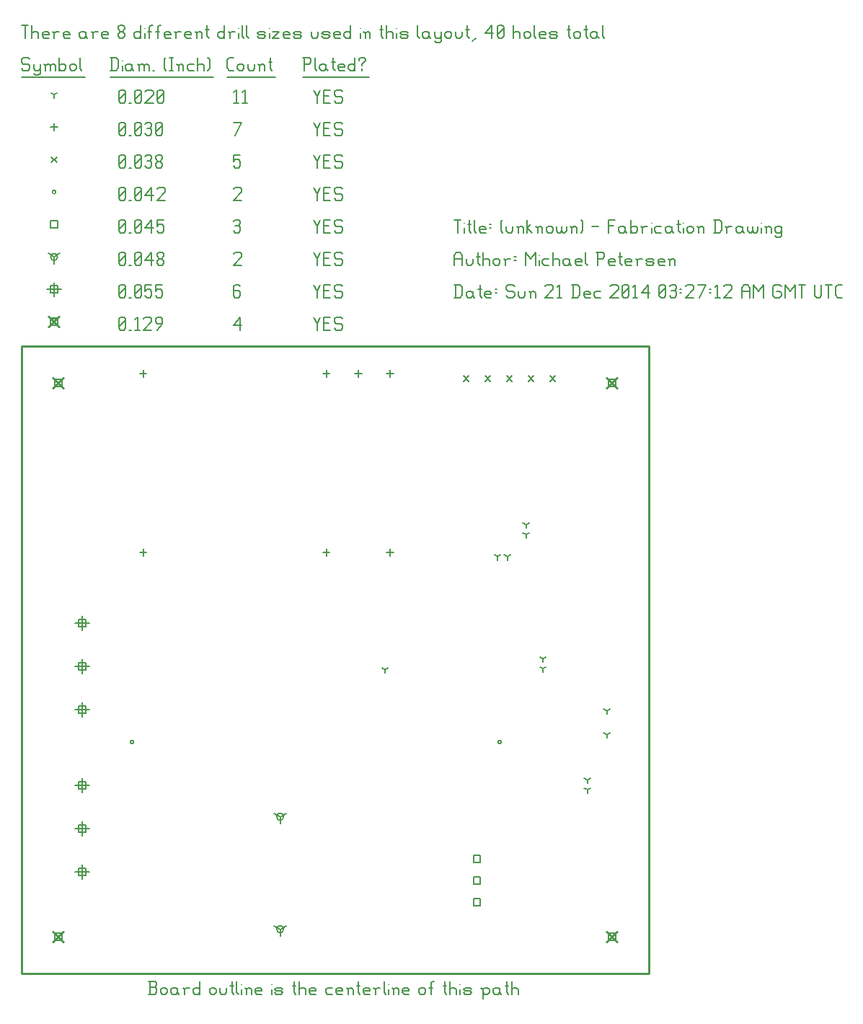
<source format=gbr>
G04 start of page 12 for group -3984 idx -3984 *
G04 Title: (unknown), fab *
G04 Creator: pcb 20110918 *
G04 CreationDate: Sun 21 Dec 2014 03:27:12 AM GMT UTC *
G04 For: petersen *
G04 Format: Gerber/RS-274X *
G04 PCB-Dimensions: 290000 290000 *
G04 PCB-Coordinate-Origin: lower left *
%MOIN*%
%FSLAX25Y25*%
%LNFAB*%
%ADD103C,0.0100*%
%ADD102C,0.0075*%
%ADD101C,0.0060*%
%ADD100R,0.0080X0.0080*%
%ADD99C,0.0001*%
G54D99*G36*
X270600Y275966D02*X275966Y270600D01*
X275400Y270034D01*
X270034Y275400D01*
X270600Y275966D01*
G37*
G36*
X270034Y270600D02*X275400Y275966D01*
X275966Y275400D01*
X270600Y270034D01*
X270034Y270600D01*
G37*
G54D100*X271400Y274600D02*X274600D01*
X271400D02*Y271400D01*
X274600D01*
Y274600D02*Y271400D01*
G54D99*G36*
X14600Y19966D02*X19966Y14600D01*
X19400Y14034D01*
X14034Y19400D01*
X14600Y19966D01*
G37*
G36*
X14034Y14600D02*X19400Y19966D01*
X19966Y19400D01*
X14600Y14034D01*
X14034Y14600D01*
G37*
G54D100*X15400Y18600D02*X18600D01*
X15400D02*Y15400D01*
X18600D01*
Y18600D02*Y15400D01*
G54D99*G36*
X270600Y19966D02*X275966Y14600D01*
X275400Y14034D01*
X270034Y19400D01*
X270600Y19966D01*
G37*
G36*
X270034Y14600D02*X275400Y19966D01*
X275966Y19400D01*
X270600Y14034D01*
X270034Y14600D01*
G37*
G54D100*X271400Y18600D02*X274600D01*
X271400D02*Y15400D01*
X274600D01*
Y18600D02*Y15400D01*
G54D99*G36*
X14600Y275966D02*X19966Y270600D01*
X19400Y270034D01*
X14034Y275400D01*
X14600Y275966D01*
G37*
G36*
X14034Y270600D02*X19400Y275966D01*
X19966Y275400D01*
X14600Y270034D01*
X14034Y270600D01*
G37*
G54D100*X15400Y274600D02*X18600D01*
X15400D02*Y271400D01*
X18600D01*
Y274600D02*Y271400D01*
G54D99*G36*
X12600Y304216D02*X17966Y298850D01*
X17400Y298284D01*
X12034Y303650D01*
X12600Y304216D01*
G37*
G36*
X12034Y298850D02*X17400Y304216D01*
X17966Y303650D01*
X12600Y298284D01*
X12034Y298850D01*
G37*
G54D100*X13400Y302850D02*X16600D01*
X13400D02*Y299650D01*
X16600D01*
Y302850D02*Y299650D01*
G54D101*X135000Y303500D02*X136500Y300500D01*
X138000Y303500D01*
X136500Y300500D02*Y297500D01*
X139800Y300800D02*X142050D01*
X139800Y297500D02*X142800D01*
X139800Y303500D02*Y297500D01*
Y303500D02*X142800D01*
X147600D02*X148350Y302750D01*
X145350Y303500D02*X147600D01*
X144600Y302750D02*X145350Y303500D01*
X144600Y302750D02*Y301250D01*
X145350Y300500D01*
X147600D01*
X148350Y299750D01*
Y298250D01*
X147600Y297500D02*X148350Y298250D01*
X145350Y297500D02*X147600D01*
X144600Y298250D02*X145350Y297500D01*
X98000Y299750D02*X101000Y303500D01*
X98000Y299750D02*X101750D01*
X101000Y303500D02*Y297500D01*
X45000Y298250D02*X45750Y297500D01*
X45000Y302750D02*Y298250D01*
Y302750D02*X45750Y303500D01*
X47250D01*
X48000Y302750D01*
Y298250D01*
X47250Y297500D02*X48000Y298250D01*
X45750Y297500D02*X47250D01*
X45000Y299000D02*X48000Y302000D01*
X49800Y297500D02*X50550D01*
X52350Y302300D02*X53550Y303500D01*
Y297500D01*
X52350D02*X54600D01*
X56400Y302750D02*X57150Y303500D01*
X59400D01*
X60150Y302750D01*
Y301250D01*
X56400Y297500D02*X60150Y301250D01*
X56400Y297500D02*X60150D01*
X62700D02*X64950Y300500D01*
Y302750D02*Y300500D01*
X64200Y303500D02*X64950Y302750D01*
X62700Y303500D02*X64200D01*
X61950Y302750D02*X62700Y303500D01*
X61950Y302750D02*Y301250D01*
X62700Y300500D01*
X64950D01*
X28000Y165200D02*Y158800D01*
X24800Y162000D02*X31200D01*
X26400Y163600D02*X29600D01*
X26400D02*Y160400D01*
X29600D01*
Y163600D02*Y160400D01*
X28000Y145200D02*Y138800D01*
X24800Y142000D02*X31200D01*
X26400Y143600D02*X29600D01*
X26400D02*Y140400D01*
X29600D01*
Y143600D02*Y140400D01*
X28000Y125200D02*Y118800D01*
X24800Y122000D02*X31200D01*
X26400Y123600D02*X29600D01*
X26400D02*Y120400D01*
X29600D01*
Y123600D02*Y120400D01*
X28000Y90200D02*Y83800D01*
X24800Y87000D02*X31200D01*
X26400Y88600D02*X29600D01*
X26400D02*Y85400D01*
X29600D01*
Y88600D02*Y85400D01*
X28000Y70200D02*Y63800D01*
X24800Y67000D02*X31200D01*
X26400Y68600D02*X29600D01*
X26400D02*Y65400D01*
X29600D01*
Y68600D02*Y65400D01*
X28000Y50200D02*Y43800D01*
X24800Y47000D02*X31200D01*
X26400Y48600D02*X29600D01*
X26400D02*Y45400D01*
X29600D01*
Y48600D02*Y45400D01*
X15000Y319450D02*Y313050D01*
X11800Y316250D02*X18200D01*
X13400Y317850D02*X16600D01*
X13400D02*Y314650D01*
X16600D01*
Y317850D02*Y314650D01*
X135000Y318500D02*X136500Y315500D01*
X138000Y318500D01*
X136500Y315500D02*Y312500D01*
X139800Y315800D02*X142050D01*
X139800Y312500D02*X142800D01*
X139800Y318500D02*Y312500D01*
Y318500D02*X142800D01*
X147600D02*X148350Y317750D01*
X145350Y318500D02*X147600D01*
X144600Y317750D02*X145350Y318500D01*
X144600Y317750D02*Y316250D01*
X145350Y315500D01*
X147600D01*
X148350Y314750D01*
Y313250D01*
X147600Y312500D02*X148350Y313250D01*
X145350Y312500D02*X147600D01*
X144600Y313250D02*X145350Y312500D01*
X100250Y318500D02*X101000Y317750D01*
X98750Y318500D02*X100250D01*
X98000Y317750D02*X98750Y318500D01*
X98000Y317750D02*Y313250D01*
X98750Y312500D01*
X100250Y315800D02*X101000Y315050D01*
X98000Y315800D02*X100250D01*
X98750Y312500D02*X100250D01*
X101000Y313250D01*
Y315050D02*Y313250D01*
X45000D02*X45750Y312500D01*
X45000Y317750D02*Y313250D01*
Y317750D02*X45750Y318500D01*
X47250D01*
X48000Y317750D01*
Y313250D01*
X47250Y312500D02*X48000Y313250D01*
X45750Y312500D02*X47250D01*
X45000Y314000D02*X48000Y317000D01*
X49800Y312500D02*X50550D01*
X52350Y313250D02*X53100Y312500D01*
X52350Y317750D02*Y313250D01*
Y317750D02*X53100Y318500D01*
X54600D01*
X55350Y317750D01*
Y313250D01*
X54600Y312500D02*X55350Y313250D01*
X53100Y312500D02*X54600D01*
X52350Y314000D02*X55350Y317000D01*
X57150Y318500D02*X60150D01*
X57150D02*Y315500D01*
X57900Y316250D01*
X59400D01*
X60150Y315500D01*
Y313250D01*
X59400Y312500D02*X60150Y313250D01*
X57900Y312500D02*X59400D01*
X57150Y313250D02*X57900Y312500D01*
X61950Y318500D02*X64950D01*
X61950D02*Y315500D01*
X62700Y316250D01*
X64200D01*
X64950Y315500D01*
Y313250D01*
X64200Y312500D02*X64950Y313250D01*
X62700Y312500D02*X64200D01*
X61950Y313250D02*X62700Y312500D01*
X119500Y72500D02*Y69300D01*
Y72500D02*X122273Y74100D01*
X119500Y72500D02*X116727Y74100D01*
X117900Y72500D02*G75*G03X121100Y72500I1600J0D01*G01*
G75*G03X117900Y72500I-1600J0D01*G01*
X119500Y20500D02*Y17300D01*
Y20500D02*X122273Y22100D01*
X119500Y20500D02*X116727Y22100D01*
X117900Y20500D02*G75*G03X121100Y20500I1600J0D01*G01*
G75*G03X117900Y20500I-1600J0D01*G01*
X15000Y331250D02*Y328050D01*
Y331250D02*X17773Y332850D01*
X15000Y331250D02*X12227Y332850D01*
X13400Y331250D02*G75*G03X16600Y331250I1600J0D01*G01*
G75*G03X13400Y331250I-1600J0D01*G01*
X135000Y333500D02*X136500Y330500D01*
X138000Y333500D01*
X136500Y330500D02*Y327500D01*
X139800Y330800D02*X142050D01*
X139800Y327500D02*X142800D01*
X139800Y333500D02*Y327500D01*
Y333500D02*X142800D01*
X147600D02*X148350Y332750D01*
X145350Y333500D02*X147600D01*
X144600Y332750D02*X145350Y333500D01*
X144600Y332750D02*Y331250D01*
X145350Y330500D01*
X147600D01*
X148350Y329750D01*
Y328250D01*
X147600Y327500D02*X148350Y328250D01*
X145350Y327500D02*X147600D01*
X144600Y328250D02*X145350Y327500D01*
X98000Y332750D02*X98750Y333500D01*
X101000D01*
X101750Y332750D01*
Y331250D01*
X98000Y327500D02*X101750Y331250D01*
X98000Y327500D02*X101750D01*
X45000Y328250D02*X45750Y327500D01*
X45000Y332750D02*Y328250D01*
Y332750D02*X45750Y333500D01*
X47250D01*
X48000Y332750D01*
Y328250D01*
X47250Y327500D02*X48000Y328250D01*
X45750Y327500D02*X47250D01*
X45000Y329000D02*X48000Y332000D01*
X49800Y327500D02*X50550D01*
X52350Y328250D02*X53100Y327500D01*
X52350Y332750D02*Y328250D01*
Y332750D02*X53100Y333500D01*
X54600D01*
X55350Y332750D01*
Y328250D01*
X54600Y327500D02*X55350Y328250D01*
X53100Y327500D02*X54600D01*
X52350Y329000D02*X55350Y332000D01*
X57150Y329750D02*X60150Y333500D01*
X57150Y329750D02*X60900D01*
X60150Y333500D02*Y327500D01*
X62700Y328250D02*X63450Y327500D01*
X62700Y329450D02*Y328250D01*
Y329450D02*X63750Y330500D01*
X64650D01*
X65700Y329450D01*
Y328250D01*
X64950Y327500D02*X65700Y328250D01*
X63450Y327500D02*X64950D01*
X62700Y331550D02*X63750Y330500D01*
X62700Y332750D02*Y331550D01*
Y332750D02*X63450Y333500D01*
X64950D01*
X65700Y332750D01*
Y331550D01*
X64650Y330500D02*X65700Y331550D01*
X208900Y54600D02*X212100D01*
X208900D02*Y51400D01*
X212100D01*
Y54600D02*Y51400D01*
X208900Y44600D02*X212100D01*
X208900D02*Y41400D01*
X212100D01*
Y44600D02*Y41400D01*
X208900Y34600D02*X212100D01*
X208900D02*Y31400D01*
X212100D01*
Y34600D02*Y31400D01*
X13400Y347850D02*X16600D01*
X13400D02*Y344650D01*
X16600D01*
Y347850D02*Y344650D01*
X135000Y348500D02*X136500Y345500D01*
X138000Y348500D01*
X136500Y345500D02*Y342500D01*
X139800Y345800D02*X142050D01*
X139800Y342500D02*X142800D01*
X139800Y348500D02*Y342500D01*
Y348500D02*X142800D01*
X147600D02*X148350Y347750D01*
X145350Y348500D02*X147600D01*
X144600Y347750D02*X145350Y348500D01*
X144600Y347750D02*Y346250D01*
X145350Y345500D01*
X147600D01*
X148350Y344750D01*
Y343250D01*
X147600Y342500D02*X148350Y343250D01*
X145350Y342500D02*X147600D01*
X144600Y343250D02*X145350Y342500D01*
X98000Y347750D02*X98750Y348500D01*
X100250D01*
X101000Y347750D01*
X100250Y342500D02*X101000Y343250D01*
X98750Y342500D02*X100250D01*
X98000Y343250D02*X98750Y342500D01*
Y345800D02*X100250D01*
X101000Y347750D02*Y346550D01*
Y345050D02*Y343250D01*
Y345050D02*X100250Y345800D01*
X101000Y346550D02*X100250Y345800D01*
X45000Y343250D02*X45750Y342500D01*
X45000Y347750D02*Y343250D01*
Y347750D02*X45750Y348500D01*
X47250D01*
X48000Y347750D01*
Y343250D01*
X47250Y342500D02*X48000Y343250D01*
X45750Y342500D02*X47250D01*
X45000Y344000D02*X48000Y347000D01*
X49800Y342500D02*X50550D01*
X52350Y343250D02*X53100Y342500D01*
X52350Y347750D02*Y343250D01*
Y347750D02*X53100Y348500D01*
X54600D01*
X55350Y347750D01*
Y343250D01*
X54600Y342500D02*X55350Y343250D01*
X53100Y342500D02*X54600D01*
X52350Y344000D02*X55350Y347000D01*
X57150Y344750D02*X60150Y348500D01*
X57150Y344750D02*X60900D01*
X60150Y348500D02*Y342500D01*
X62700Y348500D02*X65700D01*
X62700D02*Y345500D01*
X63450Y346250D01*
X64950D01*
X65700Y345500D01*
Y343250D01*
X64950Y342500D02*X65700Y343250D01*
X63450Y342500D02*X64950D01*
X62700Y343250D02*X63450Y342500D01*
X50200Y107000D02*G75*G03X51800Y107000I800J0D01*G01*
G75*G03X50200Y107000I-800J0D01*G01*
X220200D02*G75*G03X221800Y107000I800J0D01*G01*
G75*G03X220200Y107000I-800J0D01*G01*
X14200Y361250D02*G75*G03X15800Y361250I800J0D01*G01*
G75*G03X14200Y361250I-800J0D01*G01*
X135000Y363500D02*X136500Y360500D01*
X138000Y363500D01*
X136500Y360500D02*Y357500D01*
X139800Y360800D02*X142050D01*
X139800Y357500D02*X142800D01*
X139800Y363500D02*Y357500D01*
Y363500D02*X142800D01*
X147600D02*X148350Y362750D01*
X145350Y363500D02*X147600D01*
X144600Y362750D02*X145350Y363500D01*
X144600Y362750D02*Y361250D01*
X145350Y360500D01*
X147600D01*
X148350Y359750D01*
Y358250D01*
X147600Y357500D02*X148350Y358250D01*
X145350Y357500D02*X147600D01*
X144600Y358250D02*X145350Y357500D01*
X98000Y362750D02*X98750Y363500D01*
X101000D01*
X101750Y362750D01*
Y361250D01*
X98000Y357500D02*X101750Y361250D01*
X98000Y357500D02*X101750D01*
X45000Y358250D02*X45750Y357500D01*
X45000Y362750D02*Y358250D01*
Y362750D02*X45750Y363500D01*
X47250D01*
X48000Y362750D01*
Y358250D01*
X47250Y357500D02*X48000Y358250D01*
X45750Y357500D02*X47250D01*
X45000Y359000D02*X48000Y362000D01*
X49800Y357500D02*X50550D01*
X52350Y358250D02*X53100Y357500D01*
X52350Y362750D02*Y358250D01*
Y362750D02*X53100Y363500D01*
X54600D01*
X55350Y362750D01*
Y358250D01*
X54600Y357500D02*X55350Y358250D01*
X53100Y357500D02*X54600D01*
X52350Y359000D02*X55350Y362000D01*
X57150Y359750D02*X60150Y363500D01*
X57150Y359750D02*X60900D01*
X60150Y363500D02*Y357500D01*
X62700Y362750D02*X63450Y363500D01*
X65700D01*
X66450Y362750D01*
Y361250D01*
X62700Y357500D02*X66450Y361250D01*
X62700Y357500D02*X66450D01*
X244300Y276200D02*X246700Y273800D01*
X244300D02*X246700Y276200D01*
X234300D02*X236700Y273800D01*
X234300D02*X236700Y276200D01*
X224300D02*X226700Y273800D01*
X224300D02*X226700Y276200D01*
X214300D02*X216700Y273800D01*
X214300D02*X216700Y276200D01*
X204300D02*X206700Y273800D01*
X204300D02*X206700Y276200D01*
X13800Y377450D02*X16200Y375050D01*
X13800D02*X16200Y377450D01*
X135000Y378500D02*X136500Y375500D01*
X138000Y378500D01*
X136500Y375500D02*Y372500D01*
X139800Y375800D02*X142050D01*
X139800Y372500D02*X142800D01*
X139800Y378500D02*Y372500D01*
Y378500D02*X142800D01*
X147600D02*X148350Y377750D01*
X145350Y378500D02*X147600D01*
X144600Y377750D02*X145350Y378500D01*
X144600Y377750D02*Y376250D01*
X145350Y375500D01*
X147600D01*
X148350Y374750D01*
Y373250D01*
X147600Y372500D02*X148350Y373250D01*
X145350Y372500D02*X147600D01*
X144600Y373250D02*X145350Y372500D01*
X98000Y378500D02*X101000D01*
X98000D02*Y375500D01*
X98750Y376250D01*
X100250D01*
X101000Y375500D01*
Y373250D01*
X100250Y372500D02*X101000Y373250D01*
X98750Y372500D02*X100250D01*
X98000Y373250D02*X98750Y372500D01*
X45000Y373250D02*X45750Y372500D01*
X45000Y377750D02*Y373250D01*
Y377750D02*X45750Y378500D01*
X47250D01*
X48000Y377750D01*
Y373250D01*
X47250Y372500D02*X48000Y373250D01*
X45750Y372500D02*X47250D01*
X45000Y374000D02*X48000Y377000D01*
X49800Y372500D02*X50550D01*
X52350Y373250D02*X53100Y372500D01*
X52350Y377750D02*Y373250D01*
Y377750D02*X53100Y378500D01*
X54600D01*
X55350Y377750D01*
Y373250D01*
X54600Y372500D02*X55350Y373250D01*
X53100Y372500D02*X54600D01*
X52350Y374000D02*X55350Y377000D01*
X57150Y377750D02*X57900Y378500D01*
X59400D01*
X60150Y377750D01*
X59400Y372500D02*X60150Y373250D01*
X57900Y372500D02*X59400D01*
X57150Y373250D02*X57900Y372500D01*
Y375800D02*X59400D01*
X60150Y377750D02*Y376550D01*
Y375050D02*Y373250D01*
Y375050D02*X59400Y375800D01*
X60150Y376550D02*X59400Y375800D01*
X61950Y373250D02*X62700Y372500D01*
X61950Y374450D02*Y373250D01*
Y374450D02*X63000Y375500D01*
X63900D01*
X64950Y374450D01*
Y373250D01*
X64200Y372500D02*X64950Y373250D01*
X62700Y372500D02*X64200D01*
X61950Y376550D02*X63000Y375500D01*
X61950Y377750D02*Y376550D01*
Y377750D02*X62700Y378500D01*
X64200D01*
X64950Y377750D01*
Y376550D01*
X63900Y375500D02*X64950Y376550D01*
X56202Y278907D02*Y275707D01*
X54602Y277307D02*X57802D01*
X140848Y278907D02*Y275707D01*
X139248Y277307D02*X142448D01*
X155611Y278907D02*Y275707D01*
X154011Y277307D02*X157211D01*
X170375Y278907D02*Y275707D01*
X168775Y277307D02*X171975D01*
X170375Y196230D02*Y193030D01*
X168775Y194630D02*X171975D01*
X140848Y196230D02*Y193030D01*
X139248Y194630D02*X142448D01*
X56202Y196230D02*Y193030D01*
X54602Y194630D02*X57802D01*
X15000Y392850D02*Y389650D01*
X13400Y391250D02*X16600D01*
X135000Y393500D02*X136500Y390500D01*
X138000Y393500D01*
X136500Y390500D02*Y387500D01*
X139800Y390800D02*X142050D01*
X139800Y387500D02*X142800D01*
X139800Y393500D02*Y387500D01*
Y393500D02*X142800D01*
X147600D02*X148350Y392750D01*
X145350Y393500D02*X147600D01*
X144600Y392750D02*X145350Y393500D01*
X144600Y392750D02*Y391250D01*
X145350Y390500D01*
X147600D01*
X148350Y389750D01*
Y388250D01*
X147600Y387500D02*X148350Y388250D01*
X145350Y387500D02*X147600D01*
X144600Y388250D02*X145350Y387500D01*
X98750D02*X101750Y393500D01*
X98000D02*X101750D01*
X45000Y388250D02*X45750Y387500D01*
X45000Y392750D02*Y388250D01*
Y392750D02*X45750Y393500D01*
X47250D01*
X48000Y392750D01*
Y388250D01*
X47250Y387500D02*X48000Y388250D01*
X45750Y387500D02*X47250D01*
X45000Y389000D02*X48000Y392000D01*
X49800Y387500D02*X50550D01*
X52350Y388250D02*X53100Y387500D01*
X52350Y392750D02*Y388250D01*
Y392750D02*X53100Y393500D01*
X54600D01*
X55350Y392750D01*
Y388250D01*
X54600Y387500D02*X55350Y388250D01*
X53100Y387500D02*X54600D01*
X52350Y389000D02*X55350Y392000D01*
X57150Y392750D02*X57900Y393500D01*
X59400D01*
X60150Y392750D01*
X59400Y387500D02*X60150Y388250D01*
X57900Y387500D02*X59400D01*
X57150Y388250D02*X57900Y387500D01*
Y390800D02*X59400D01*
X60150Y392750D02*Y391550D01*
Y390050D02*Y388250D01*
Y390050D02*X59400Y390800D01*
X60150Y391550D02*X59400Y390800D01*
X61950Y388250D02*X62700Y387500D01*
X61950Y392750D02*Y388250D01*
Y392750D02*X62700Y393500D01*
X64200D01*
X64950Y392750D01*
Y388250D01*
X64200Y387500D02*X64950Y388250D01*
X62700Y387500D02*X64200D01*
X61950Y389000D02*X64950Y392000D01*
X233200Y203000D02*Y201400D01*
Y203000D02*X234587Y203800D01*
X233200Y203000D02*X231813Y203800D01*
X241000Y145500D02*Y143900D01*
Y145500D02*X242387Y146300D01*
X241000Y145500D02*X239613Y146300D01*
X241000Y141000D02*Y139400D01*
Y141000D02*X242387Y141800D01*
X241000Y141000D02*X239613Y141800D01*
X233200Y207500D02*Y205900D01*
Y207500D02*X234587Y208300D01*
X233200Y207500D02*X231813Y208300D01*
X270500Y110500D02*Y108900D01*
Y110500D02*X271887Y111300D01*
X270500Y110500D02*X269113Y111300D01*
X270500Y121500D02*Y119900D01*
Y121500D02*X271887Y122300D01*
X270500Y121500D02*X269113Y122300D01*
X261500Y85000D02*Y83400D01*
Y85000D02*X262887Y85800D01*
X261500Y85000D02*X260113Y85800D01*
X261500Y89500D02*Y87900D01*
Y89500D02*X262887Y90300D01*
X261500Y89500D02*X260113Y90300D01*
X168000Y140500D02*Y138900D01*
Y140500D02*X169387Y141300D01*
X168000Y140500D02*X166613Y141300D01*
X220000Y192750D02*Y191150D01*
Y192750D02*X221387Y193550D01*
X220000Y192750D02*X218613Y193550D01*
X224500Y192750D02*Y191150D01*
Y192750D02*X225887Y193550D01*
X224500Y192750D02*X223113Y193550D01*
X15000Y406250D02*Y404650D01*
Y406250D02*X16387Y407050D01*
X15000Y406250D02*X13613Y407050D01*
X135000Y408500D02*X136500Y405500D01*
X138000Y408500D01*
X136500Y405500D02*Y402500D01*
X139800Y405800D02*X142050D01*
X139800Y402500D02*X142800D01*
X139800Y408500D02*Y402500D01*
Y408500D02*X142800D01*
X147600D02*X148350Y407750D01*
X145350Y408500D02*X147600D01*
X144600Y407750D02*X145350Y408500D01*
X144600Y407750D02*Y406250D01*
X145350Y405500D01*
X147600D01*
X148350Y404750D01*
Y403250D01*
X147600Y402500D02*X148350Y403250D01*
X145350Y402500D02*X147600D01*
X144600Y403250D02*X145350Y402500D01*
X98000Y407300D02*X99200Y408500D01*
Y402500D01*
X98000D02*X100250D01*
X102050Y407300D02*X103250Y408500D01*
Y402500D01*
X102050D02*X104300D01*
X45000Y403250D02*X45750Y402500D01*
X45000Y407750D02*Y403250D01*
Y407750D02*X45750Y408500D01*
X47250D01*
X48000Y407750D01*
Y403250D01*
X47250Y402500D02*X48000Y403250D01*
X45750Y402500D02*X47250D01*
X45000Y404000D02*X48000Y407000D01*
X49800Y402500D02*X50550D01*
X52350Y403250D02*X53100Y402500D01*
X52350Y407750D02*Y403250D01*
Y407750D02*X53100Y408500D01*
X54600D01*
X55350Y407750D01*
Y403250D01*
X54600Y402500D02*X55350Y403250D01*
X53100Y402500D02*X54600D01*
X52350Y404000D02*X55350Y407000D01*
X57150Y407750D02*X57900Y408500D01*
X60150D01*
X60900Y407750D01*
Y406250D01*
X57150Y402500D02*X60900Y406250D01*
X57150Y402500D02*X60900D01*
X62700Y403250D02*X63450Y402500D01*
X62700Y407750D02*Y403250D01*
Y407750D02*X63450Y408500D01*
X64950D01*
X65700Y407750D01*
Y403250D01*
X64950Y402500D02*X65700Y403250D01*
X63450Y402500D02*X64950D01*
X62700Y404000D02*X65700Y407000D01*
X3000Y423500D02*X3750Y422750D01*
X750Y423500D02*X3000D01*
X0Y422750D02*X750Y423500D01*
X0Y422750D02*Y421250D01*
X750Y420500D01*
X3000D01*
X3750Y419750D01*
Y418250D01*
X3000Y417500D02*X3750Y418250D01*
X750Y417500D02*X3000D01*
X0Y418250D02*X750Y417500D01*
X5550Y420500D02*Y418250D01*
X6300Y417500D01*
X8550Y420500D02*Y416000D01*
X7800Y415250D02*X8550Y416000D01*
X6300Y415250D02*X7800D01*
X5550Y416000D02*X6300Y415250D01*
Y417500D02*X7800D01*
X8550Y418250D01*
X11100Y419750D02*Y417500D01*
Y419750D02*X11850Y420500D01*
X12600D01*
X13350Y419750D01*
Y417500D01*
Y419750D02*X14100Y420500D01*
X14850D01*
X15600Y419750D01*
Y417500D01*
X10350Y420500D02*X11100Y419750D01*
X17400Y423500D02*Y417500D01*
Y418250D02*X18150Y417500D01*
X19650D01*
X20400Y418250D01*
Y419750D02*Y418250D01*
X19650Y420500D02*X20400Y419750D01*
X18150Y420500D02*X19650D01*
X17400Y419750D02*X18150Y420500D01*
X22200Y419750D02*Y418250D01*
Y419750D02*X22950Y420500D01*
X24450D01*
X25200Y419750D01*
Y418250D01*
X24450Y417500D02*X25200Y418250D01*
X22950Y417500D02*X24450D01*
X22200Y418250D02*X22950Y417500D01*
X27000Y423500D02*Y418250D01*
X27750Y417500D01*
X0Y414250D02*X29250D01*
X41750Y423500D02*Y417500D01*
X43700Y423500D02*X44750Y422450D01*
Y418550D01*
X43700Y417500D02*X44750Y418550D01*
X41000Y417500D02*X43700D01*
X41000Y423500D02*X43700D01*
G54D102*X46550Y422000D02*Y421850D01*
G54D101*Y419750D02*Y417500D01*
X50300Y420500D02*X51050Y419750D01*
X48800Y420500D02*X50300D01*
X48050Y419750D02*X48800Y420500D01*
X48050Y419750D02*Y418250D01*
X48800Y417500D01*
X51050Y420500D02*Y418250D01*
X51800Y417500D01*
X48800D02*X50300D01*
X51050Y418250D01*
X54350Y419750D02*Y417500D01*
Y419750D02*X55100Y420500D01*
X55850D01*
X56600Y419750D01*
Y417500D01*
Y419750D02*X57350Y420500D01*
X58100D01*
X58850Y419750D01*
Y417500D01*
X53600Y420500D02*X54350Y419750D01*
X60650Y417500D02*X61400D01*
X65900Y418250D02*X66650Y417500D01*
X65900Y422750D02*X66650Y423500D01*
X65900Y422750D02*Y418250D01*
X68450Y423500D02*X69950D01*
X69200D02*Y417500D01*
X68450D02*X69950D01*
X72500Y419750D02*Y417500D01*
Y419750D02*X73250Y420500D01*
X74000D01*
X74750Y419750D01*
Y417500D01*
X71750Y420500D02*X72500Y419750D01*
X77300Y420500D02*X79550D01*
X76550Y419750D02*X77300Y420500D01*
X76550Y419750D02*Y418250D01*
X77300Y417500D01*
X79550D01*
X81350Y423500D02*Y417500D01*
Y419750D02*X82100Y420500D01*
X83600D01*
X84350Y419750D01*
Y417500D01*
X86150Y423500D02*X86900Y422750D01*
Y418250D01*
X86150Y417500D02*X86900Y418250D01*
X41000Y414250D02*X88700D01*
X96050Y417500D02*X98000D01*
X95000Y418550D02*X96050Y417500D01*
X95000Y422450D02*Y418550D01*
Y422450D02*X96050Y423500D01*
X98000D01*
X99800Y419750D02*Y418250D01*
Y419750D02*X100550Y420500D01*
X102050D01*
X102800Y419750D01*
Y418250D01*
X102050Y417500D02*X102800Y418250D01*
X100550Y417500D02*X102050D01*
X99800Y418250D02*X100550Y417500D01*
X104600Y420500D02*Y418250D01*
X105350Y417500D01*
X106850D01*
X107600Y418250D01*
Y420500D02*Y418250D01*
X110150Y419750D02*Y417500D01*
Y419750D02*X110900Y420500D01*
X111650D01*
X112400Y419750D01*
Y417500D01*
X109400Y420500D02*X110150Y419750D01*
X114950Y423500D02*Y418250D01*
X115700Y417500D01*
X114200Y421250D02*X115700D01*
X95000Y414250D02*X117200D01*
X130750Y423500D02*Y417500D01*
X130000Y423500D02*X133000D01*
X133750Y422750D01*
Y421250D01*
X133000Y420500D02*X133750Y421250D01*
X130750Y420500D02*X133000D01*
X135550Y423500D02*Y418250D01*
X136300Y417500D01*
X140050Y420500D02*X140800Y419750D01*
X138550Y420500D02*X140050D01*
X137800Y419750D02*X138550Y420500D01*
X137800Y419750D02*Y418250D01*
X138550Y417500D01*
X140800Y420500D02*Y418250D01*
X141550Y417500D01*
X138550D02*X140050D01*
X140800Y418250D01*
X144100Y423500D02*Y418250D01*
X144850Y417500D01*
X143350Y421250D02*X144850D01*
X147100Y417500D02*X149350D01*
X146350Y418250D02*X147100Y417500D01*
X146350Y419750D02*Y418250D01*
Y419750D02*X147100Y420500D01*
X148600D01*
X149350Y419750D01*
X146350Y419000D02*X149350D01*
Y419750D02*Y419000D01*
X154150Y423500D02*Y417500D01*
X153400D02*X154150Y418250D01*
X151900Y417500D02*X153400D01*
X151150Y418250D02*X151900Y417500D01*
X151150Y419750D02*Y418250D01*
Y419750D02*X151900Y420500D01*
X153400D01*
X154150Y419750D01*
X157450Y420500D02*Y419750D01*
Y418250D02*Y417500D01*
X155950Y422750D02*Y422000D01*
Y422750D02*X156700Y423500D01*
X158200D01*
X158950Y422750D01*
Y422000D01*
X157450Y420500D02*X158950Y422000D01*
X130000Y414250D02*X160750D01*
X0Y438500D02*X3000D01*
X1500D02*Y432500D01*
X4800Y438500D02*Y432500D01*
Y434750D02*X5550Y435500D01*
X7050D01*
X7800Y434750D01*
Y432500D01*
X10350D02*X12600D01*
X9600Y433250D02*X10350Y432500D01*
X9600Y434750D02*Y433250D01*
Y434750D02*X10350Y435500D01*
X11850D01*
X12600Y434750D01*
X9600Y434000D02*X12600D01*
Y434750D02*Y434000D01*
X15150Y434750D02*Y432500D01*
Y434750D02*X15900Y435500D01*
X17400D01*
X14400D02*X15150Y434750D01*
X19950Y432500D02*X22200D01*
X19200Y433250D02*X19950Y432500D01*
X19200Y434750D02*Y433250D01*
Y434750D02*X19950Y435500D01*
X21450D01*
X22200Y434750D01*
X19200Y434000D02*X22200D01*
Y434750D02*Y434000D01*
X28950Y435500D02*X29700Y434750D01*
X27450Y435500D02*X28950D01*
X26700Y434750D02*X27450Y435500D01*
X26700Y434750D02*Y433250D01*
X27450Y432500D01*
X29700Y435500D02*Y433250D01*
X30450Y432500D01*
X27450D02*X28950D01*
X29700Y433250D01*
X33000Y434750D02*Y432500D01*
Y434750D02*X33750Y435500D01*
X35250D01*
X32250D02*X33000Y434750D01*
X37800Y432500D02*X40050D01*
X37050Y433250D02*X37800Y432500D01*
X37050Y434750D02*Y433250D01*
Y434750D02*X37800Y435500D01*
X39300D01*
X40050Y434750D01*
X37050Y434000D02*X40050D01*
Y434750D02*Y434000D01*
X44550Y433250D02*X45300Y432500D01*
X44550Y434450D02*Y433250D01*
Y434450D02*X45600Y435500D01*
X46500D01*
X47550Y434450D01*
Y433250D01*
X46800Y432500D02*X47550Y433250D01*
X45300Y432500D02*X46800D01*
X44550Y436550D02*X45600Y435500D01*
X44550Y437750D02*Y436550D01*
Y437750D02*X45300Y438500D01*
X46800D01*
X47550Y437750D01*
Y436550D01*
X46500Y435500D02*X47550Y436550D01*
X55050Y438500D02*Y432500D01*
X54300D02*X55050Y433250D01*
X52800Y432500D02*X54300D01*
X52050Y433250D02*X52800Y432500D01*
X52050Y434750D02*Y433250D01*
Y434750D02*X52800Y435500D01*
X54300D01*
X55050Y434750D01*
G54D102*X56850Y437000D02*Y436850D01*
G54D101*Y434750D02*Y432500D01*
X59100Y437750D02*Y432500D01*
Y437750D02*X59850Y438500D01*
X60600D01*
X58350Y435500D02*X59850D01*
X62850Y437750D02*Y432500D01*
Y437750D02*X63600Y438500D01*
X64350D01*
X62100Y435500D02*X63600D01*
X66600Y432500D02*X68850D01*
X65850Y433250D02*X66600Y432500D01*
X65850Y434750D02*Y433250D01*
Y434750D02*X66600Y435500D01*
X68100D01*
X68850Y434750D01*
X65850Y434000D02*X68850D01*
Y434750D02*Y434000D01*
X71400Y434750D02*Y432500D01*
Y434750D02*X72150Y435500D01*
X73650D01*
X70650D02*X71400Y434750D01*
X76200Y432500D02*X78450D01*
X75450Y433250D02*X76200Y432500D01*
X75450Y434750D02*Y433250D01*
Y434750D02*X76200Y435500D01*
X77700D01*
X78450Y434750D01*
X75450Y434000D02*X78450D01*
Y434750D02*Y434000D01*
X81000Y434750D02*Y432500D01*
Y434750D02*X81750Y435500D01*
X82500D01*
X83250Y434750D01*
Y432500D01*
X80250Y435500D02*X81000Y434750D01*
X85800Y438500D02*Y433250D01*
X86550Y432500D01*
X85050Y436250D02*X86550D01*
X93750Y438500D02*Y432500D01*
X93000D02*X93750Y433250D01*
X91500Y432500D02*X93000D01*
X90750Y433250D02*X91500Y432500D01*
X90750Y434750D02*Y433250D01*
Y434750D02*X91500Y435500D01*
X93000D01*
X93750Y434750D01*
X96300D02*Y432500D01*
Y434750D02*X97050Y435500D01*
X98550D01*
X95550D02*X96300Y434750D01*
G54D102*X100350Y437000D02*Y436850D01*
G54D101*Y434750D02*Y432500D01*
X101850Y438500D02*Y433250D01*
X102600Y432500D01*
X104100Y438500D02*Y433250D01*
X104850Y432500D01*
X109800D02*X112050D01*
X112800Y433250D01*
X112050Y434000D02*X112800Y433250D01*
X109800Y434000D02*X112050D01*
X109050Y434750D02*X109800Y434000D01*
X109050Y434750D02*X109800Y435500D01*
X112050D01*
X112800Y434750D01*
X109050Y433250D02*X109800Y432500D01*
G54D102*X114600Y437000D02*Y436850D01*
G54D101*Y434750D02*Y432500D01*
X116100Y435500D02*X119100D01*
X116100Y432500D02*X119100Y435500D01*
X116100Y432500D02*X119100D01*
X121650D02*X123900D01*
X120900Y433250D02*X121650Y432500D01*
X120900Y434750D02*Y433250D01*
Y434750D02*X121650Y435500D01*
X123150D01*
X123900Y434750D01*
X120900Y434000D02*X123900D01*
Y434750D02*Y434000D01*
X126450Y432500D02*X128700D01*
X129450Y433250D01*
X128700Y434000D02*X129450Y433250D01*
X126450Y434000D02*X128700D01*
X125700Y434750D02*X126450Y434000D01*
X125700Y434750D02*X126450Y435500D01*
X128700D01*
X129450Y434750D01*
X125700Y433250D02*X126450Y432500D01*
X133950Y435500D02*Y433250D01*
X134700Y432500D01*
X136200D01*
X136950Y433250D01*
Y435500D02*Y433250D01*
X139500Y432500D02*X141750D01*
X142500Y433250D01*
X141750Y434000D02*X142500Y433250D01*
X139500Y434000D02*X141750D01*
X138750Y434750D02*X139500Y434000D01*
X138750Y434750D02*X139500Y435500D01*
X141750D01*
X142500Y434750D01*
X138750Y433250D02*X139500Y432500D01*
X145050D02*X147300D01*
X144300Y433250D02*X145050Y432500D01*
X144300Y434750D02*Y433250D01*
Y434750D02*X145050Y435500D01*
X146550D01*
X147300Y434750D01*
X144300Y434000D02*X147300D01*
Y434750D02*Y434000D01*
X152100Y438500D02*Y432500D01*
X151350D02*X152100Y433250D01*
X149850Y432500D02*X151350D01*
X149100Y433250D02*X149850Y432500D01*
X149100Y434750D02*Y433250D01*
Y434750D02*X149850Y435500D01*
X151350D01*
X152100Y434750D01*
G54D102*X156600Y437000D02*Y436850D01*
G54D101*Y434750D02*Y432500D01*
X158850Y434750D02*Y432500D01*
Y434750D02*X159600Y435500D01*
X160350D01*
X161100Y434750D01*
Y432500D01*
X158100Y435500D02*X158850Y434750D01*
X166350Y438500D02*Y433250D01*
X167100Y432500D01*
X165600Y436250D02*X167100D01*
X168600Y438500D02*Y432500D01*
Y434750D02*X169350Y435500D01*
X170850D01*
X171600Y434750D01*
Y432500D01*
G54D102*X173400Y437000D02*Y436850D01*
G54D101*Y434750D02*Y432500D01*
X175650D02*X177900D01*
X178650Y433250D01*
X177900Y434000D02*X178650Y433250D01*
X175650Y434000D02*X177900D01*
X174900Y434750D02*X175650Y434000D01*
X174900Y434750D02*X175650Y435500D01*
X177900D01*
X178650Y434750D01*
X174900Y433250D02*X175650Y432500D01*
X183150Y438500D02*Y433250D01*
X183900Y432500D01*
X187650Y435500D02*X188400Y434750D01*
X186150Y435500D02*X187650D01*
X185400Y434750D02*X186150Y435500D01*
X185400Y434750D02*Y433250D01*
X186150Y432500D01*
X188400Y435500D02*Y433250D01*
X189150Y432500D01*
X186150D02*X187650D01*
X188400Y433250D01*
X190950Y435500D02*Y433250D01*
X191700Y432500D01*
X193950Y435500D02*Y431000D01*
X193200Y430250D02*X193950Y431000D01*
X191700Y430250D02*X193200D01*
X190950Y431000D02*X191700Y430250D01*
Y432500D02*X193200D01*
X193950Y433250D01*
X195750Y434750D02*Y433250D01*
Y434750D02*X196500Y435500D01*
X198000D01*
X198750Y434750D01*
Y433250D01*
X198000Y432500D02*X198750Y433250D01*
X196500Y432500D02*X198000D01*
X195750Y433250D02*X196500Y432500D01*
X200550Y435500D02*Y433250D01*
X201300Y432500D01*
X202800D01*
X203550Y433250D01*
Y435500D02*Y433250D01*
X206100Y438500D02*Y433250D01*
X206850Y432500D01*
X205350Y436250D02*X206850D01*
X208350Y431000D02*X209850Y432500D01*
X214350Y434750D02*X217350Y438500D01*
X214350Y434750D02*X218100D01*
X217350Y438500D02*Y432500D01*
X219900Y433250D02*X220650Y432500D01*
X219900Y437750D02*Y433250D01*
Y437750D02*X220650Y438500D01*
X222150D01*
X222900Y437750D01*
Y433250D01*
X222150Y432500D02*X222900Y433250D01*
X220650Y432500D02*X222150D01*
X219900Y434000D02*X222900Y437000D01*
X227400Y438500D02*Y432500D01*
Y434750D02*X228150Y435500D01*
X229650D01*
X230400Y434750D01*
Y432500D01*
X232200Y434750D02*Y433250D01*
Y434750D02*X232950Y435500D01*
X234450D01*
X235200Y434750D01*
Y433250D01*
X234450Y432500D02*X235200Y433250D01*
X232950Y432500D02*X234450D01*
X232200Y433250D02*X232950Y432500D01*
X237000Y438500D02*Y433250D01*
X237750Y432500D01*
X240000D02*X242250D01*
X239250Y433250D02*X240000Y432500D01*
X239250Y434750D02*Y433250D01*
Y434750D02*X240000Y435500D01*
X241500D01*
X242250Y434750D01*
X239250Y434000D02*X242250D01*
Y434750D02*Y434000D01*
X244800Y432500D02*X247050D01*
X247800Y433250D01*
X247050Y434000D02*X247800Y433250D01*
X244800Y434000D02*X247050D01*
X244050Y434750D02*X244800Y434000D01*
X244050Y434750D02*X244800Y435500D01*
X247050D01*
X247800Y434750D01*
X244050Y433250D02*X244800Y432500D01*
X253050Y438500D02*Y433250D01*
X253800Y432500D01*
X252300Y436250D02*X253800D01*
X255300Y434750D02*Y433250D01*
Y434750D02*X256050Y435500D01*
X257550D01*
X258300Y434750D01*
Y433250D01*
X257550Y432500D02*X258300Y433250D01*
X256050Y432500D02*X257550D01*
X255300Y433250D02*X256050Y432500D01*
X260850Y438500D02*Y433250D01*
X261600Y432500D01*
X260100Y436250D02*X261600D01*
X265350Y435500D02*X266100Y434750D01*
X263850Y435500D02*X265350D01*
X263100Y434750D02*X263850Y435500D01*
X263100Y434750D02*Y433250D01*
X263850Y432500D01*
X266100Y435500D02*Y433250D01*
X266850Y432500D01*
X263850D02*X265350D01*
X266100Y433250D01*
X268650Y438500D02*Y433250D01*
X269400Y432500D01*
G54D103*X0Y290000D02*X290000D01*
Y0D01*
X0D01*
Y290000D01*
G54D101*X58675Y-9500D02*X61675D01*
X62425Y-8750D01*
Y-6950D02*Y-8750D01*
X61675Y-6200D02*X62425Y-6950D01*
X59425Y-6200D02*X61675D01*
X59425Y-3500D02*Y-9500D01*
X58675Y-3500D02*X61675D01*
X62425Y-4250D01*
Y-5450D01*
X61675Y-6200D02*X62425Y-5450D01*
X64225Y-7250D02*Y-8750D01*
Y-7250D02*X64975Y-6500D01*
X66475D01*
X67225Y-7250D01*
Y-8750D01*
X66475Y-9500D02*X67225Y-8750D01*
X64975Y-9500D02*X66475D01*
X64225Y-8750D02*X64975Y-9500D01*
X71275Y-6500D02*X72025Y-7250D01*
X69775Y-6500D02*X71275D01*
X69025Y-7250D02*X69775Y-6500D01*
X69025Y-7250D02*Y-8750D01*
X69775Y-9500D01*
X72025Y-6500D02*Y-8750D01*
X72775Y-9500D01*
X69775D02*X71275D01*
X72025Y-8750D01*
X75325Y-7250D02*Y-9500D01*
Y-7250D02*X76075Y-6500D01*
X77575D01*
X74575D02*X75325Y-7250D01*
X82375Y-3500D02*Y-9500D01*
X81625D02*X82375Y-8750D01*
X80125Y-9500D02*X81625D01*
X79375Y-8750D02*X80125Y-9500D01*
X79375Y-7250D02*Y-8750D01*
Y-7250D02*X80125Y-6500D01*
X81625D01*
X82375Y-7250D01*
X86875D02*Y-8750D01*
Y-7250D02*X87625Y-6500D01*
X89125D01*
X89875Y-7250D01*
Y-8750D01*
X89125Y-9500D02*X89875Y-8750D01*
X87625Y-9500D02*X89125D01*
X86875Y-8750D02*X87625Y-9500D01*
X91675Y-6500D02*Y-8750D01*
X92425Y-9500D01*
X93925D01*
X94675Y-8750D01*
Y-6500D02*Y-8750D01*
X97225Y-3500D02*Y-8750D01*
X97975Y-9500D01*
X96475Y-5750D02*X97975D01*
X99475Y-3500D02*Y-8750D01*
X100225Y-9500D01*
G54D102*X101725Y-5000D02*Y-5150D01*
G54D101*Y-7250D02*Y-9500D01*
X103975Y-7250D02*Y-9500D01*
Y-7250D02*X104725Y-6500D01*
X105475D01*
X106225Y-7250D01*
Y-9500D01*
X103225Y-6500D02*X103975Y-7250D01*
X108775Y-9500D02*X111025D01*
X108025Y-8750D02*X108775Y-9500D01*
X108025Y-7250D02*Y-8750D01*
Y-7250D02*X108775Y-6500D01*
X110275D01*
X111025Y-7250D01*
X108025Y-8000D02*X111025D01*
Y-7250D02*Y-8000D01*
G54D102*X115525Y-5000D02*Y-5150D01*
G54D101*Y-7250D02*Y-9500D01*
X117775D02*X120025D01*
X120775Y-8750D01*
X120025Y-8000D02*X120775Y-8750D01*
X117775Y-8000D02*X120025D01*
X117025Y-7250D02*X117775Y-8000D01*
X117025Y-7250D02*X117775Y-6500D01*
X120025D01*
X120775Y-7250D01*
X117025Y-8750D02*X117775Y-9500D01*
X126025Y-3500D02*Y-8750D01*
X126775Y-9500D01*
X125275Y-5750D02*X126775D01*
X128275Y-3500D02*Y-9500D01*
Y-7250D02*X129025Y-6500D01*
X130525D01*
X131275Y-7250D01*
Y-9500D01*
X133825D02*X136075D01*
X133075Y-8750D02*X133825Y-9500D01*
X133075Y-7250D02*Y-8750D01*
Y-7250D02*X133825Y-6500D01*
X135325D01*
X136075Y-7250D01*
X133075Y-8000D02*X136075D01*
Y-7250D02*Y-8000D01*
X141325Y-6500D02*X143575D01*
X140575Y-7250D02*X141325Y-6500D01*
X140575Y-7250D02*Y-8750D01*
X141325Y-9500D01*
X143575D01*
X146125D02*X148375D01*
X145375Y-8750D02*X146125Y-9500D01*
X145375Y-7250D02*Y-8750D01*
Y-7250D02*X146125Y-6500D01*
X147625D01*
X148375Y-7250D01*
X145375Y-8000D02*X148375D01*
Y-7250D02*Y-8000D01*
X150925Y-7250D02*Y-9500D01*
Y-7250D02*X151675Y-6500D01*
X152425D01*
X153175Y-7250D01*
Y-9500D01*
X150175Y-6500D02*X150925Y-7250D01*
X155725Y-3500D02*Y-8750D01*
X156475Y-9500D01*
X154975Y-5750D02*X156475D01*
X158725Y-9500D02*X160975D01*
X157975Y-8750D02*X158725Y-9500D01*
X157975Y-7250D02*Y-8750D01*
Y-7250D02*X158725Y-6500D01*
X160225D01*
X160975Y-7250D01*
X157975Y-8000D02*X160975D01*
Y-7250D02*Y-8000D01*
X163525Y-7250D02*Y-9500D01*
Y-7250D02*X164275Y-6500D01*
X165775D01*
X162775D02*X163525Y-7250D01*
X167575Y-3500D02*Y-8750D01*
X168325Y-9500D01*
G54D102*X169825Y-5000D02*Y-5150D01*
G54D101*Y-7250D02*Y-9500D01*
X172075Y-7250D02*Y-9500D01*
Y-7250D02*X172825Y-6500D01*
X173575D01*
X174325Y-7250D01*
Y-9500D01*
X171325Y-6500D02*X172075Y-7250D01*
X176875Y-9500D02*X179125D01*
X176125Y-8750D02*X176875Y-9500D01*
X176125Y-7250D02*Y-8750D01*
Y-7250D02*X176875Y-6500D01*
X178375D01*
X179125Y-7250D01*
X176125Y-8000D02*X179125D01*
Y-7250D02*Y-8000D01*
X183625Y-7250D02*Y-8750D01*
Y-7250D02*X184375Y-6500D01*
X185875D01*
X186625Y-7250D01*
Y-8750D01*
X185875Y-9500D02*X186625Y-8750D01*
X184375Y-9500D02*X185875D01*
X183625Y-8750D02*X184375Y-9500D01*
X189175Y-4250D02*Y-9500D01*
Y-4250D02*X189925Y-3500D01*
X190675D01*
X188425Y-6500D02*X189925D01*
X195625Y-3500D02*Y-8750D01*
X196375Y-9500D01*
X194875Y-5750D02*X196375D01*
X197875Y-3500D02*Y-9500D01*
Y-7250D02*X198625Y-6500D01*
X200125D01*
X200875Y-7250D01*
Y-9500D01*
G54D102*X202675Y-5000D02*Y-5150D01*
G54D101*Y-7250D02*Y-9500D01*
X204925D02*X207175D01*
X207925Y-8750D01*
X207175Y-8000D02*X207925Y-8750D01*
X204925Y-8000D02*X207175D01*
X204175Y-7250D02*X204925Y-8000D01*
X204175Y-7250D02*X204925Y-6500D01*
X207175D01*
X207925Y-7250D01*
X204175Y-8750D02*X204925Y-9500D01*
X213175Y-7250D02*Y-11750D01*
X212425Y-6500D02*X213175Y-7250D01*
X213925Y-6500D01*
X215425D01*
X216175Y-7250D01*
Y-8750D01*
X215425Y-9500D02*X216175Y-8750D01*
X213925Y-9500D02*X215425D01*
X213175Y-8750D02*X213925Y-9500D01*
X220225Y-6500D02*X220975Y-7250D01*
X218725Y-6500D02*X220225D01*
X217975Y-7250D02*X218725Y-6500D01*
X217975Y-7250D02*Y-8750D01*
X218725Y-9500D01*
X220975Y-6500D02*Y-8750D01*
X221725Y-9500D01*
X218725D02*X220225D01*
X220975Y-8750D01*
X224275Y-3500D02*Y-8750D01*
X225025Y-9500D01*
X223525Y-5750D02*X225025D01*
X226525Y-3500D02*Y-9500D01*
Y-7250D02*X227275Y-6500D01*
X228775D01*
X229525Y-7250D01*
Y-9500D01*
X200750Y318500D02*Y312500D01*
X202700Y318500D02*X203750Y317450D01*
Y313550D01*
X202700Y312500D02*X203750Y313550D01*
X200000Y312500D02*X202700D01*
X200000Y318500D02*X202700D01*
X207800Y315500D02*X208550Y314750D01*
X206300Y315500D02*X207800D01*
X205550Y314750D02*X206300Y315500D01*
X205550Y314750D02*Y313250D01*
X206300Y312500D01*
X208550Y315500D02*Y313250D01*
X209300Y312500D01*
X206300D02*X207800D01*
X208550Y313250D01*
X211850Y318500D02*Y313250D01*
X212600Y312500D01*
X211100Y316250D02*X212600D01*
X214850Y312500D02*X217100D01*
X214100Y313250D02*X214850Y312500D01*
X214100Y314750D02*Y313250D01*
Y314750D02*X214850Y315500D01*
X216350D01*
X217100Y314750D01*
X214100Y314000D02*X217100D01*
Y314750D02*Y314000D01*
X218900Y316250D02*X219650D01*
X218900Y314750D02*X219650D01*
X227150Y318500D02*X227900Y317750D01*
X224900Y318500D02*X227150D01*
X224150Y317750D02*X224900Y318500D01*
X224150Y317750D02*Y316250D01*
X224900Y315500D01*
X227150D01*
X227900Y314750D01*
Y313250D01*
X227150Y312500D02*X227900Y313250D01*
X224900Y312500D02*X227150D01*
X224150Y313250D02*X224900Y312500D01*
X229700Y315500D02*Y313250D01*
X230450Y312500D01*
X231950D01*
X232700Y313250D01*
Y315500D02*Y313250D01*
X235250Y314750D02*Y312500D01*
Y314750D02*X236000Y315500D01*
X236750D01*
X237500Y314750D01*
Y312500D01*
X234500Y315500D02*X235250Y314750D01*
X242000Y317750D02*X242750Y318500D01*
X245000D01*
X245750Y317750D01*
Y316250D01*
X242000Y312500D02*X245750Y316250D01*
X242000Y312500D02*X245750D01*
X247550Y317300D02*X248750Y318500D01*
Y312500D01*
X247550D02*X249800D01*
X255050Y318500D02*Y312500D01*
X257000Y318500D02*X258050Y317450D01*
Y313550D01*
X257000Y312500D02*X258050Y313550D01*
X254300Y312500D02*X257000D01*
X254300Y318500D02*X257000D01*
X260600Y312500D02*X262850D01*
X259850Y313250D02*X260600Y312500D01*
X259850Y314750D02*Y313250D01*
Y314750D02*X260600Y315500D01*
X262100D01*
X262850Y314750D01*
X259850Y314000D02*X262850D01*
Y314750D02*Y314000D01*
X265400Y315500D02*X267650D01*
X264650Y314750D02*X265400Y315500D01*
X264650Y314750D02*Y313250D01*
X265400Y312500D01*
X267650D01*
X272150Y317750D02*X272900Y318500D01*
X275150D01*
X275900Y317750D01*
Y316250D01*
X272150Y312500D02*X275900Y316250D01*
X272150Y312500D02*X275900D01*
X277700Y313250D02*X278450Y312500D01*
X277700Y317750D02*Y313250D01*
Y317750D02*X278450Y318500D01*
X279950D01*
X280700Y317750D01*
Y313250D01*
X279950Y312500D02*X280700Y313250D01*
X278450Y312500D02*X279950D01*
X277700Y314000D02*X280700Y317000D01*
X282500Y317300D02*X283700Y318500D01*
Y312500D01*
X282500D02*X284750D01*
X286550Y314750D02*X289550Y318500D01*
X286550Y314750D02*X290300D01*
X289550Y318500D02*Y312500D01*
X294800Y313250D02*X295550Y312500D01*
X294800Y317750D02*Y313250D01*
Y317750D02*X295550Y318500D01*
X297050D01*
X297800Y317750D01*
Y313250D01*
X297050Y312500D02*X297800Y313250D01*
X295550Y312500D02*X297050D01*
X294800Y314000D02*X297800Y317000D01*
X299600Y317750D02*X300350Y318500D01*
X301850D01*
X302600Y317750D01*
X301850Y312500D02*X302600Y313250D01*
X300350Y312500D02*X301850D01*
X299600Y313250D02*X300350Y312500D01*
Y315800D02*X301850D01*
X302600Y317750D02*Y316550D01*
Y315050D02*Y313250D01*
Y315050D02*X301850Y315800D01*
X302600Y316550D02*X301850Y315800D01*
X304400Y316250D02*X305150D01*
X304400Y314750D02*X305150D01*
X306950Y317750D02*X307700Y318500D01*
X309950D01*
X310700Y317750D01*
Y316250D01*
X306950Y312500D02*X310700Y316250D01*
X306950Y312500D02*X310700D01*
X313250D02*X316250Y318500D01*
X312500D02*X316250D01*
X318050Y316250D02*X318800D01*
X318050Y314750D02*X318800D01*
X320600Y317300D02*X321800Y318500D01*
Y312500D01*
X320600D02*X322850D01*
X324650Y317750D02*X325400Y318500D01*
X327650D01*
X328400Y317750D01*
Y316250D01*
X324650Y312500D02*X328400Y316250D01*
X324650Y312500D02*X328400D01*
X332900Y317000D02*Y312500D01*
Y317000D02*X333950Y318500D01*
X335600D01*
X336650Y317000D01*
Y312500D01*
X332900Y315500D02*X336650D01*
X338450Y318500D02*Y312500D01*
Y318500D02*X340700Y315500D01*
X342950Y318500D01*
Y312500D01*
X350450Y318500D02*X351200Y317750D01*
X348200Y318500D02*X350450D01*
X347450Y317750D02*X348200Y318500D01*
X347450Y317750D02*Y313250D01*
X348200Y312500D01*
X350450D01*
X351200Y313250D01*
Y314750D02*Y313250D01*
X350450Y315500D02*X351200Y314750D01*
X348950Y315500D02*X350450D01*
X353000Y318500D02*Y312500D01*
Y318500D02*X355250Y315500D01*
X357500Y318500D01*
Y312500D01*
X359300Y318500D02*X362300D01*
X360800D02*Y312500D01*
X366800Y318500D02*Y313250D01*
X367550Y312500D01*
X369050D01*
X369800Y313250D01*
Y318500D02*Y313250D01*
X371600Y318500D02*X374600D01*
X373100D02*Y312500D01*
X377450D02*X379400D01*
X376400Y313550D02*X377450Y312500D01*
X376400Y317450D02*Y313550D01*
Y317450D02*X377450Y318500D01*
X379400D01*
X200000Y332000D02*Y327500D01*
Y332000D02*X201050Y333500D01*
X202700D01*
X203750Y332000D01*
Y327500D01*
X200000Y330500D02*X203750D01*
X205550D02*Y328250D01*
X206300Y327500D01*
X207800D01*
X208550Y328250D01*
Y330500D02*Y328250D01*
X211100Y333500D02*Y328250D01*
X211850Y327500D01*
X210350Y331250D02*X211850D01*
X213350Y333500D02*Y327500D01*
Y329750D02*X214100Y330500D01*
X215600D01*
X216350Y329750D01*
Y327500D01*
X218150Y329750D02*Y328250D01*
Y329750D02*X218900Y330500D01*
X220400D01*
X221150Y329750D01*
Y328250D01*
X220400Y327500D02*X221150Y328250D01*
X218900Y327500D02*X220400D01*
X218150Y328250D02*X218900Y327500D01*
X223700Y329750D02*Y327500D01*
Y329750D02*X224450Y330500D01*
X225950D01*
X222950D02*X223700Y329750D01*
X227750Y331250D02*X228500D01*
X227750Y329750D02*X228500D01*
X233000Y333500D02*Y327500D01*
Y333500D02*X235250Y330500D01*
X237500Y333500D01*
Y327500D01*
G54D102*X239300Y332000D02*Y331850D01*
G54D101*Y329750D02*Y327500D01*
X241550Y330500D02*X243800D01*
X240800Y329750D02*X241550Y330500D01*
X240800Y329750D02*Y328250D01*
X241550Y327500D01*
X243800D01*
X245600Y333500D02*Y327500D01*
Y329750D02*X246350Y330500D01*
X247850D01*
X248600Y329750D01*
Y327500D01*
X252650Y330500D02*X253400Y329750D01*
X251150Y330500D02*X252650D01*
X250400Y329750D02*X251150Y330500D01*
X250400Y329750D02*Y328250D01*
X251150Y327500D01*
X253400Y330500D02*Y328250D01*
X254150Y327500D01*
X251150D02*X252650D01*
X253400Y328250D01*
X256700Y327500D02*X258950D01*
X255950Y328250D02*X256700Y327500D01*
X255950Y329750D02*Y328250D01*
Y329750D02*X256700Y330500D01*
X258200D01*
X258950Y329750D01*
X255950Y329000D02*X258950D01*
Y329750D02*Y329000D01*
X260750Y333500D02*Y328250D01*
X261500Y327500D01*
X266450Y333500D02*Y327500D01*
X265700Y333500D02*X268700D01*
X269450Y332750D01*
Y331250D01*
X268700Y330500D02*X269450Y331250D01*
X266450Y330500D02*X268700D01*
X272000Y327500D02*X274250D01*
X271250Y328250D02*X272000Y327500D01*
X271250Y329750D02*Y328250D01*
Y329750D02*X272000Y330500D01*
X273500D01*
X274250Y329750D01*
X271250Y329000D02*X274250D01*
Y329750D02*Y329000D01*
X276800Y333500D02*Y328250D01*
X277550Y327500D01*
X276050Y331250D02*X277550D01*
X279800Y327500D02*X282050D01*
X279050Y328250D02*X279800Y327500D01*
X279050Y329750D02*Y328250D01*
Y329750D02*X279800Y330500D01*
X281300D01*
X282050Y329750D01*
X279050Y329000D02*X282050D01*
Y329750D02*Y329000D01*
X284600Y329750D02*Y327500D01*
Y329750D02*X285350Y330500D01*
X286850D01*
X283850D02*X284600Y329750D01*
X289400Y327500D02*X291650D01*
X292400Y328250D01*
X291650Y329000D02*X292400Y328250D01*
X289400Y329000D02*X291650D01*
X288650Y329750D02*X289400Y329000D01*
X288650Y329750D02*X289400Y330500D01*
X291650D01*
X292400Y329750D01*
X288650Y328250D02*X289400Y327500D01*
X294950D02*X297200D01*
X294200Y328250D02*X294950Y327500D01*
X294200Y329750D02*Y328250D01*
Y329750D02*X294950Y330500D01*
X296450D01*
X297200Y329750D01*
X294200Y329000D02*X297200D01*
Y329750D02*Y329000D01*
X299750Y329750D02*Y327500D01*
Y329750D02*X300500Y330500D01*
X301250D01*
X302000Y329750D01*
Y327500D01*
X299000Y330500D02*X299750Y329750D01*
X200000Y348500D02*X203000D01*
X201500D02*Y342500D01*
G54D102*X204800Y347000D02*Y346850D01*
G54D101*Y344750D02*Y342500D01*
X207050Y348500D02*Y343250D01*
X207800Y342500D01*
X206300Y346250D02*X207800D01*
X209300Y348500D02*Y343250D01*
X210050Y342500D01*
X212300D02*X214550D01*
X211550Y343250D02*X212300Y342500D01*
X211550Y344750D02*Y343250D01*
Y344750D02*X212300Y345500D01*
X213800D01*
X214550Y344750D01*
X211550Y344000D02*X214550D01*
Y344750D02*Y344000D01*
X216350Y346250D02*X217100D01*
X216350Y344750D02*X217100D01*
X221600Y343250D02*X222350Y342500D01*
X221600Y347750D02*X222350Y348500D01*
X221600Y347750D02*Y343250D01*
X224150Y345500D02*Y343250D01*
X224900Y342500D01*
X226400D01*
X227150Y343250D01*
Y345500D02*Y343250D01*
X229700Y344750D02*Y342500D01*
Y344750D02*X230450Y345500D01*
X231200D01*
X231950Y344750D01*
Y342500D01*
X228950Y345500D02*X229700Y344750D01*
X233750Y348500D02*Y342500D01*
Y344750D02*X236000Y342500D01*
X233750Y344750D02*X235250Y346250D01*
X238550Y344750D02*Y342500D01*
Y344750D02*X239300Y345500D01*
X240050D01*
X240800Y344750D01*
Y342500D01*
X237800Y345500D02*X238550Y344750D01*
X242600D02*Y343250D01*
Y344750D02*X243350Y345500D01*
X244850D01*
X245600Y344750D01*
Y343250D01*
X244850Y342500D02*X245600Y343250D01*
X243350Y342500D02*X244850D01*
X242600Y343250D02*X243350Y342500D01*
X247400Y345500D02*Y343250D01*
X248150Y342500D01*
X248900D01*
X249650Y343250D01*
Y345500D02*Y343250D01*
X250400Y342500D01*
X251150D01*
X251900Y343250D01*
Y345500D02*Y343250D01*
X254450Y344750D02*Y342500D01*
Y344750D02*X255200Y345500D01*
X255950D01*
X256700Y344750D01*
Y342500D01*
X253700Y345500D02*X254450Y344750D01*
X258500Y348500D02*X259250Y347750D01*
Y343250D01*
X258500Y342500D02*X259250Y343250D01*
X263750Y345500D02*X266750D01*
X271250Y348500D02*Y342500D01*
Y348500D02*X274250D01*
X271250Y345800D02*X273500D01*
X278300Y345500D02*X279050Y344750D01*
X276800Y345500D02*X278300D01*
X276050Y344750D02*X276800Y345500D01*
X276050Y344750D02*Y343250D01*
X276800Y342500D01*
X279050Y345500D02*Y343250D01*
X279800Y342500D01*
X276800D02*X278300D01*
X279050Y343250D01*
X281600Y348500D02*Y342500D01*
Y343250D02*X282350Y342500D01*
X283850D01*
X284600Y343250D01*
Y344750D02*Y343250D01*
X283850Y345500D02*X284600Y344750D01*
X282350Y345500D02*X283850D01*
X281600Y344750D02*X282350Y345500D01*
X287150Y344750D02*Y342500D01*
Y344750D02*X287900Y345500D01*
X289400D01*
X286400D02*X287150Y344750D01*
G54D102*X291200Y347000D02*Y346850D01*
G54D101*Y344750D02*Y342500D01*
X293450Y345500D02*X295700D01*
X292700Y344750D02*X293450Y345500D01*
X292700Y344750D02*Y343250D01*
X293450Y342500D01*
X295700D01*
X299750Y345500D02*X300500Y344750D01*
X298250Y345500D02*X299750D01*
X297500Y344750D02*X298250Y345500D01*
X297500Y344750D02*Y343250D01*
X298250Y342500D01*
X300500Y345500D02*Y343250D01*
X301250Y342500D01*
X298250D02*X299750D01*
X300500Y343250D01*
X303800Y348500D02*Y343250D01*
X304550Y342500D01*
X303050Y346250D02*X304550D01*
G54D102*X306050Y347000D02*Y346850D01*
G54D101*Y344750D02*Y342500D01*
X307550Y344750D02*Y343250D01*
Y344750D02*X308300Y345500D01*
X309800D01*
X310550Y344750D01*
Y343250D01*
X309800Y342500D02*X310550Y343250D01*
X308300Y342500D02*X309800D01*
X307550Y343250D02*X308300Y342500D01*
X313100Y344750D02*Y342500D01*
Y344750D02*X313850Y345500D01*
X314600D01*
X315350Y344750D01*
Y342500D01*
X312350Y345500D02*X313100Y344750D01*
X320600Y348500D02*Y342500D01*
X322550Y348500D02*X323600Y347450D01*
Y343550D01*
X322550Y342500D02*X323600Y343550D01*
X319850Y342500D02*X322550D01*
X319850Y348500D02*X322550D01*
X326150Y344750D02*Y342500D01*
Y344750D02*X326900Y345500D01*
X328400D01*
X325400D02*X326150Y344750D01*
X332450Y345500D02*X333200Y344750D01*
X330950Y345500D02*X332450D01*
X330200Y344750D02*X330950Y345500D01*
X330200Y344750D02*Y343250D01*
X330950Y342500D01*
X333200Y345500D02*Y343250D01*
X333950Y342500D01*
X330950D02*X332450D01*
X333200Y343250D01*
X335750Y345500D02*Y343250D01*
X336500Y342500D01*
X337250D01*
X338000Y343250D01*
Y345500D02*Y343250D01*
X338750Y342500D01*
X339500D01*
X340250Y343250D01*
Y345500D02*Y343250D01*
G54D102*X342050Y347000D02*Y346850D01*
G54D101*Y344750D02*Y342500D01*
X344300Y344750D02*Y342500D01*
Y344750D02*X345050Y345500D01*
X345800D01*
X346550Y344750D01*
Y342500D01*
X343550Y345500D02*X344300Y344750D01*
X350600Y345500D02*X351350Y344750D01*
X349100Y345500D02*X350600D01*
X348350Y344750D02*X349100Y345500D01*
X348350Y344750D02*Y343250D01*
X349100Y342500D01*
X350600D01*
X351350Y343250D01*
X348350Y341000D02*X349100Y340250D01*
X350600D01*
X351350Y341000D01*
Y345500D02*Y341000D01*
M02*

</source>
